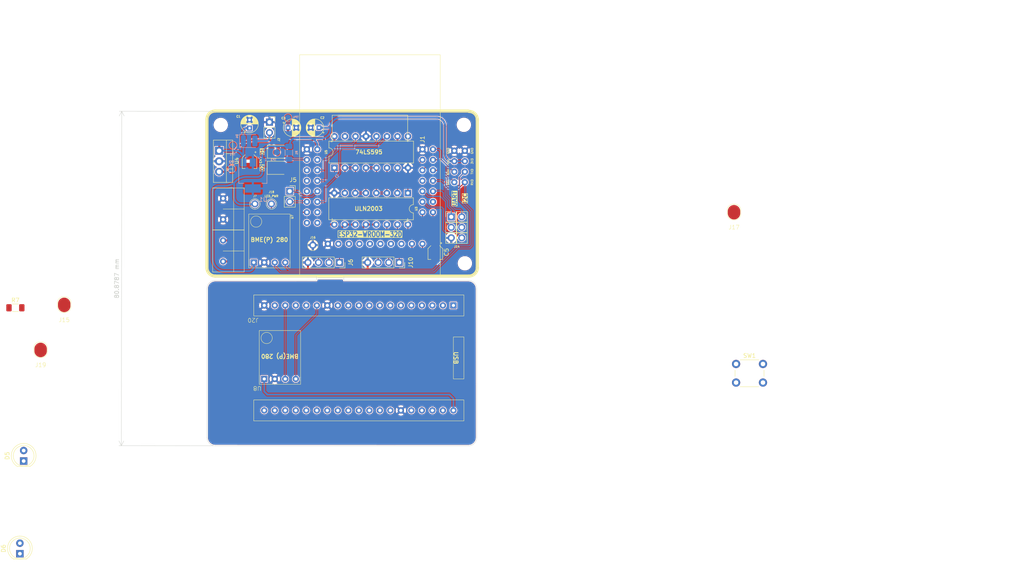
<source format=kicad_pcb>
(kicad_pcb (version 20240108) (generator "pcbnew") (generator_version "8.0")
  (layers (0 "F.Cu" signal) (31 "B.Cu" signal) (34 "B.Paste" user) (35 "F.Paste" user) (36 "B.SilkS" user "B.Silkscreen") (37 "F.SilkS" user "F.Silkscreen") (38 "B.Mask" user) (39 "F.Mask" user) (44 "Edge.Cuts" user))
  (net 0 "")
  (net 1 "GND")
  (net 2 "+3V3")
  (net 3 "+5V")
  (net 4 "/RXD")
  (net 5 "/TXD")
  (net 6 "/SDA")
  (net 7 "/OUT2")
  (net 8 "/SCL")
  (net 9 "/OUT1")
  (net 10 "/EN")
  (net 11 "/SOURCE2")
  (net 12 "/SOURCE1")
  (net 13 "/SOURCE3")
  (net 14 "/VDC")
  (net 15 "/DAC1")
  (net 16 "/DAC2")
  (net 17 "/GPIO13")
  (net 18 "/GPIO19")
  (net 19 "/GPIO17")
  (net 20 "/GPIO5")
  (net 21 "/GPIO18")
  (net 22 "/GPIO36")
  (net 23 "/ADC2_CH3")
  (net 24 "/SD_DATA1")
  (net 25 "/SD_DATA2")
  (net 26 "/SD_CLK")
  (net 27 "/SD_CMD")
  (net 28 "/SD_DATA3")
  (net 29 "/ADC2_CH0")
  (net 30 "/GPIO23")
  (net 31 "/SD_DATA0")
  (net 32 "/ADC2_CH2")
  (net 33 "/BOOT")
  (net 34 "/GPIO39")
  (net 35 "/SOURCE4")
  (net 36 "/SOURCE5")
  (net 37 "/SIPO_DATA")
  (net 38 "/SIPO_CLK")
  (net 40 "/SIPO_LATCH")
  (net 41 "/GPIO14")
  (net 43 "/I3")
  (net 44 "/I6")
  (net 45 "/I7")
  (net 46 "/I5")
  (net 47 "/OUT3")
  (net 48 "/VIN")
  (net 49 "/I1")
  (net 52 "Net-(D5-Pad1)")
  (net 53 "Net-(J15-Pin_1)")
  (net 54 "Net-(J19-Pin_1)")
  (net 55 "/GPIO_33")
  (net 88 "/SCL-2")
  (net 89 "/SDA-2")
  (footprint "Capacitor_THT:CP_Radial_D4.0mm_P2.00mm" (layer "F.Cu") (at 107 44.2 180)
    (property "Reference" "C2")
    (property "Value" "1uF")
  )
  (footprint "LED_SMD:LED_1210_3225Metric_Pad1.42x2.65mm_HandSolder" (layer "F.Cu") (at 96.9525 53.9)
    (property "Reference" "D2")
    (property "Value" "STATUS")
  )
  (footprint "Capacitor_SMD:CP_Elec_3x5.3" (layer "F.Cu") (at 90.2 52.3 -90)
    (property "Reference" "C4")
    (property "Value" "0.1uF")
  )
  (footprint "Resistor_SMD:R_1206_3216Metric_Pad1.30x1.75mm_HandSolder" (layer "F.Cu") (at 33.612 87.7585)
    (property "Reference" "R7")
    (property "Value" "4K7")
  )
  (footprint "LED_THT:LED_D5.0mm" (layer "F.Cu") (at 34.7 147.25 90)
    (property "Reference" "D6")
    (property "Value" "LED_STATUS")
  )
  (footprint "Button_Switch_THT:SW_PUSH_6mm" (layer "F.Cu") (at 207.8 101.35)
    (property "Reference" "SW1")
    (property "Value" "SW_Push")
  )
  (footprint "Alexander Footprint Library:Pad_1x01_P2.54_SMD" (layer "F.Cu") (at 39.712 102.098)
    (property "Reference" "J19")
    (property "Value" "LED_PWR")
  )
  (footprint "Alexander Footprints Library:ESP32-WROOM-Adapter-Socket-2" (layer "F.Cu") (at 119.3 57.04)
    (property "Reference" "J1")
    (property "Value" "~")
  )
  (footprint "Alexander Footprint Library:Pad_1x01_P2.54_SMD" (layer "F.Cu") (at 45.412 91.198)
    (property "Reference" "J15")
    (property "Value" "LED_PWR")
  )
  (footprint "MountingHole:MountingHole_3mm" (layer "F.Cu") (at 142 43.5)
    (property "Reference" "H1" (hide yes))
    (property "Value" "MountingHole_Pad")
  )
  (footprint "MountingHole:MountingHole_3mm" (layer "F.Cu") (at 83.25 43.53)
    (property "Reference" "H2" (hide yes))
    (property "Value" "MountingHole_Pad")
  )
  (footprint "Package_DIP:DIP-16_W7.62mm" (layer "F.Cu") (at 128.475 60 -90)
    (property "Reference" "U3")
    (property "Value" "ULN2003")
  )
  (footprint "Alexander Footprint Library:Conn_ESP32_WROOM-DevKit-38pins" (layer "F.Cu") (at 91.22 87.19 -90)
    (property "Reference" "J20")
    (property "Value" "~")
  )
  (footprint "Alexander Footprints Library:Conn_Terminal_5mm" (layer "F.Cu") (at 83.82 53.69)
    (property "Reference" "J9" (hide yes))
    (property "Value" "Conn_01x02_Socket")
  )
  (footprint "Alexander Footprint Library:Pad_1x01_P2.54_SMD" (layer "F.Cu") (at 207.3 68.7895)
    (property "Reference" "J17")
    (property "Value" "GND")
  )
  (footprint "Package_DIP:DIP-16_W7.62mm" (layer "F.Cu") (at 110.725 53.9 90)
    (property "Reference" "U5")
    (property "Value" "74LS595")
  )
  (footprint "Alexander Footprint Library:PinSocket_1x01_P2.54" (layer "F.Cu") (at 91.5 65.19)
    (property "Reference" "J7")
    (property "Value" "LED_PWR")
  )
  (footprint "Connector_PinSocket_2.54mm:PinSocket_1x02_P2.54mm_Vertical" (layer "F.Cu") (at 95.025 42.85)
    (property "Reference" "J2")
    (property "Value" "PWR")
  )
  (footprint "Connector_PinSocket_2.54mm:PinSocket_1x04_P2.54mm_Vertical" (layer "F.Cu") (at 111.94 76.8 -90)
    (property "Reference" "J6")
    (property "Value" "SOURCE")
  )
  (footprint "Connector_PinSocket_2.54mm:PinSocket_1x04_P2.54mm_Vertical" (layer "F.Cu") (at 126.38 76.8 -90)
    (property "Reference" "J10")
    (property "Value" "ADC")
  )
  (footprint "Capacitor_SMD:CP_Elec_3x5.3" (layer "F.Cu") (at 135.1 74.3 -90)
    (property "Reference" "C5")
    (property "Value" "0.1uF")
  )
  (footprint "Capacitor_THT:CP_Radial_D4.0mm_P2.00mm" (layer "F.Cu") (at 99.5 44.2)
    (property "Reference" "C3")
    (property "Value" "1uF")
  )
  (footprint "Alexander Footprint Library:PinSocket_1x01_P2.54" (layer "F.Cu") (at 95.5 65.19)
    (property "Reference" "J18")
    (property "Value" "LED_PWR")
  )
  (footprint "Connector_PinSocket_2.54mm:PinSocket_1x02_P2.54mm_Vertical" (layer "F.Cu") (at 99.925 59.55)
    (property "Reference" "J5")
    (property "Value" "DAC")
  )
  (footprint "Alexander Footprint Library:CONN_2x3" (layer "F.Cu") (at 138.96 60.68)
    (property "Reference" "J14")
    (property "Value" "GPIO")
  )
  (footprint "Alexander Footprints Library:Conn_UART" (layer "F.Cu") (at 139.7 42.15)
    (property "Reference" "J3" (hide yes))
    (property "Value" "UART")
  )
  (footprint "Alexander Footprint Library:PinSocket_1x01_P2.54" (layer "F.Cu") (at 105.5 75.19)
    (property "Reference" "J16")
    (property "Value" "GND")
  )
  (footprint "Capacitor_THT:CP_Radial_D4.0mm_P2.00mm" (layer "F.Cu") (at 90.2 44.3 90)
    (property "Reference" "C1")
    (property "Value" "1uF")
  )
  (footprint "Alexander Footprint Library:BME280_BMP280_I2C" (layer "F.Cu") (at 90 78.1 90)
    (property "Reference" "U7")
    (property "Value" "BME(P)280")
  )
  (footprint "Alexander Footprints Library:LD1117" (layer "F.Cu") (at 82.855 49.77 -90)
    (property "Reference" "U4")
    (property "Value" "L7805")
  )
  (footprint "Alexander Footprints Library:Conn_I2C" (layer "F.Cu") (at 142.24 42.15)
    (property "Reference" "J4" (hide yes))
    (property "Value" "I2C")
  )
  (footprint "LED_THT:LED_D5.0mm" (layer "F.Cu") (at 35.612 124.8335 90)
    (property "Reference" "D5")
    (property "Value" "LED_PWR")
  )
  (footprint "Alexander Footprint Library:BME280_BMP280_I2C" (layer "F.Cu") (at 92.54 106.27 90)
    (property "Reference" "U8")
    (property "Value" "BME(P)280")
  )
  (footprint "LED_SMD:LED_1210_3225Metric_Pad1.42x2.65mm_HandSolder" (layer "F.Cu") (at 97 50)
    (property "Reference" "D1")
    (property "Value" "PWR")
  )
  (footprint "MountingHole:MountingHole_3mm" (layer "F.Cu") (at 142.25 77)
    (property "Reference" "H4" (hide yes))
    (property "Value" "MountingHole_Pad")
  )
  (footprint "Alexander Footprints Library:Conn_Terminal_5mm" (layer "F.Cu") (at 83.82 63.85)
    (property "Reference" "J8" (hide yes))
    (property "Value" "Conn_01x02_Socket")
  )
  (footprint "TestPoint:TestPoint_Pad_D1.5mm" (layer "B.Cu") (at 99.5 41.75 180)
    (property "Reference" "TP4")
    (property "Value" "5V")
  )
  (footprint "TestPoint:TestPoint_Pad_D1.5mm" (layer "B.Cu") (at 96.8 50.15 180)
    (property "Reference" "TP3")
    (property "Value" "3V3")
  )
  (footprint "Resistor_SMD:R_1206_3216Metric_Pad1.30x1.75mm_HandSolder" (layer "B.Cu") (at 99.7 50.25 -90)
    (property "Reference" "R1")
    (property "Value" "10K")
  )
  (footprint "Diode_SMD:D_1210_3225Metric" (layer "B.Cu") (at 90.1 47.4)
    (property "Reference" "D4")
    (property "Value" "D")
  )
  (footprint "TestPoint:TestPoint_Pad_D1.5mm" (layer "B.Cu") (at 86.2 48.45 180)
    (property "Reference" "TP1")
    (property "Value" "VIN")
  )
  (footprint "TestPoint:TestPoint_Pad_D1.5mm" (layer "B.Cu") (at 85.9 54.15 180)
    (property "Reference" "TP2")
    (property "Value" "GND")
  )
  (footprint "Package_TO_SOT_SMD:SOT-223-3_TabPin2" (layer "B.Cu") (at 91 55.75 -90)
    (property "Reference" "U1")
    (property "Value" "MAX1726EUK33")
  )
  (gr_line (start 145.25 42.11421) (end 145.25 78.085782) (stroke (width 0.75)) (layer "F.SilkS"))
  (gr_line (start 81.914218 40.164218) (end 143.08579 40.164218) (stroke (width 0.75)) (layer "F.SilkS"))
  (gr_arc (start 145.25 78.085782) (mid 144.66422 79.500007) (end 143.25 80.085782) (stroke (width 0.75)) (layer "F.SilkS"))
  (gr_line (start 79.914218 42.11421) (end 79.914218 78.085782) (stroke (width 0.75)) (layer "F.SilkS"))
  (gr_arc (start 81.914218 80.085782) (mid 80.499999 79.500001) (end 79.914218 78.085782) (stroke (width 0.75)) (layer "F.SilkS"))
  (gr_arc (start 143.25 40.25) (mid 144.664214 40.835786) (end 145.25 42.25) (stroke (width 0.75)) (layer "F.SilkS"))
  (gr_arc (start 79.914218 42.164218) (mid 80.499999 40.749999) (end 81.914218 40.164218) (stroke (width 0.75)) (layer "F.SilkS"))
  (gr_line (start 81.914214 80.085782) (end 143.085786 80.085782) (stroke (width 0.75)) (layer "F.SilkS"))
  (gr_line (start 82.014214 80.235786) (end 106.4 80.25) (stroke (width 0.1)) (layer "Edge.Cuts"))
  (gr_line (start 80 42.25) (end 80.014214 78.235786) (stroke (width 0.1)) (layer "Edge.Cuts"))
  (gr_arc (start 79.921321 83.157107) (mid 80.507106 81.742896) (end 81.921321 81.157107) (stroke (width 0.1)) (layer "Edge.Cuts"))
  (gr_line (start 81.921321 121.128679) (end 143.107107 121.142893) (stroke (width 0.1)) (layer "Edge.Cuts"))
  (gr_arc (start 81.921321 121.128679) (mid 80.507101 120.542899) (end 79.921321 119.128679) (stroke (width 0.1)) (layer "Edge.Cuts"))
  (gr_line (start 143.092893 81.157107) (end 113 81.15) (stroke (width 0.1)) (layer "Edge.Cuts"))
  (gr_arc (start 145.107107 119.142893) (mid 144.521321 120.557107) (end 143.107107 121.142893) (stroke (width 0.1)) (layer "Edge.Cuts"))
  (gr_line (start 106.4 81.15) (end 81.921321 81.157107) (stroke (width 0.1)) (layer "Edge.Cuts"))
  (gr_arc (start 143.185786 40.264214) (mid 144.600004 40.849996) (end 145.185786 42.264214) (stroke (width 0.1)) (layer "Edge.Cuts"))
  (gr_line (start 113 80.25) (end 143.185786 80.235786) (stroke (width 0.1)) (layer "Edge.Cuts"))
  (gr_arc (start 82.014214 80.235786) (mid 80.599996 79.650004) (end 80.014214 78.235786) (stroke (width 0.1)) (layer "Edge.Cuts"))
  (gr_line (start 145.185786 42.264214) (end 145.185786 78.235786) (stroke (width 0.1)) (layer "Edge.Cuts"))
  (gr_arc (start 80 42.25) (mid 80.585786 40.835786) (end 82 40.25) (stroke (width 0.1)) (layer "Edge.Cuts"))
  (gr_line (start 145.107107 119.142893) (end 145.092893 83.157107) (stroke (width 0.1)) (layer "Edge.Cuts"))
  (gr_line (start 79.921321 119.128679) (end 79.921321 83.157107) (stroke (width 0.1)) (layer "Edge.Cuts"))
  (gr_line (start 106.4 81.15) (end 106.4 80.25) (stroke (width 0.1)) (layer "Edge.Cuts"))
  (gr_arc (start 145.185786 78.235786) (mid 144.600004 79.650004) (end 143.185786 80.235786) (stroke (width 0.1)) (layer "Edge.Cuts"))
  (gr_arc (start 143.092893 81.157107) (mid 144.507112 81.742888) (end 145.092893 83.157107) (stroke (width 0.1)) (layer "Edge.Cuts"))
  (gr_line (start 113 81.15) (end 113 80.25) (stroke (width 0.1)) (layer "Edge.Cuts"))
  (gr_line (start 143.185786 40.264214) (end 82 40.25) (stroke (width 0.1)) (layer "Edge.Cuts"))
  (gr_text "74LS595" (at 119.057143 50.1 0) (layer "F.SilkS") (effects (font (size 1 1) (thickness 0.2) (bold yes))))
  (gr_text "ULN2003" (at 115.5 64.374 0) (layer "F.SilkS") (effects (font (size 1 1) (thickness 0.2) (bold yes)) (justify left bottom)))
  (dimension (type aligned) (layer "Edge.Cuts") (pts (xy 81.921321 121.128679) (xy 82 40.25)) (height -22.6907) (gr_text "80.8787 mm" (at 58.119973 80.666146 89.94426182) (layer "Edge.Cuts") (effects (font (size 1 1) (thickness 0.15)))) (format (prefix "") (suffix "") (units 3) (units_format 1) (precision 4)) (style (thickness 0.1) (arrow_length 1.27) (text_position_mode 0) (extension_height 0.58642) (extension_offset 0.5) keep_text_aligned))
  (segment (start 84.21 66) (end 83.82 66.39) (width 0.5) (layer "F.Cu") (net 1))
  (segment (start 101.5 48.103553) (end 101.5 49.573223) (width 0.25) (layer "F.Cu") (net 2))
  (segment (start 105.575735 47.25) (end 102.353553 47.25) (width 0.25) (layer "F.Cu") (net 2))
  (segment (start 106.6 48.274264) (end 106.6 49.42) (width 0.25) (layer "F.Cu") (net 2))
  (segment (start 138.021593 51.871593) (end 137.93 51.78) (width 0.5) (layer "F.Cu") (net 2))
  (segment (start 108.946446 44.2) (end 107 44.2) (width 0.5) (layer "F.Cu") (net 2))
  (segment (start 109.8 43.346446) (end 109.8 43.15) (width 0.5) (layer "F.Cu") (net 2))
  (segment (start 137.4 50.500466) (end 137.4 43.627817) (width 0.5) (layer "F.Cu") (net 2))
  (segment (start 101.073223 50) (end 98.4875 50) (width 0.25) (layer "F.Cu") (net 2))
  (segment (start 139.08 52.31) (end 139.7 52.31) (width 0.5) (layer "F.Cu") (net 2))
  (segment (start 110.188908 42.211091) (end 110.225 42.175) (width 0.5) (layer "F.Cu") (net 2))
  (segment (start 135.522182 41.75) (end 111.25104 41.75) (width 0.5) (layer "F.Cu") (net 2))
  (arc (start 106.3 47.55) (mid 105.967704 47.327967) (end 105.575735 47.25) (width 0.25) (layer "F.Cu") (net 2))
  (arc (start 101.5 49.573223) (mid 101.467513 49.736543) (end 101.375 49.875) (width 0.25) (layer "F.Cu") (net 2))
  (arc (start 111.25104 41.75) (mid 110.695751 41.860453) (end 110.225 42.175) (width 0.5) (layer "F.Cu") (net 2))
  (arc (start 110.188908 42.211091) (mid 109.901073 42.641866) (end 109.8 43.15) (width 0.5) (layer "F.Cu") (net 2))
  (arc (start 138.021593 51.871593) (mid 138.507194 52.196061) (end 139.08 52.31) (width 0.5) (layer "F.Cu") (net 2))
  (arc (start 102.353553 47.25) (mid 102.026912 47.314972) (end 101.75 47.5) (width 0.25) (layer "F.Cu") (net 2))
  (arc (start 109.8 43.346446) (mid 109.735027 43.673087) (end 109.55 43.95) (width 0.5) (layer "F.Cu") (net 2))
  (arc (start 106.3 47.55) (mid 106.522032 47.882295) (end 106.6 48.274264) (width 0.25) (layer "F.Cu") (net 2))
  (arc (start 109.55 43.95) (mid 109.273087 44.135027) (end 108.946446 44.2) (width 0.5) (layer "F.Cu") (net 2))
  (arc (start 136.85 42.3) (mid 137.257059 42.909207) (end 137.4 43.627817) (width 0.5) (layer "F.Cu") (net 2))
  (arc (start 101.75 47.5) (mid 101.564972 47.776912) (end 101.5 48.103553) (width 0.25) (layer "F.Cu") (net 2))
  (arc (start 101.375 49.875) (mid 101.236543 49.967513) (end 101.073223 50) (width 0.25) (layer "F.Cu") (net 2))
  (arc (start 137.4 50.500466) (mid 137.537742 51.192944) (end 137.93 51.78) (width 0.5) (layer "F.Cu") (net 2))
  (arc (start 136.85 42.3) (mid 136.240792 41.89294) (end 135.522182 41.75) (width 0.5) (layer "F.Cu") (net 2))
  (segment (start 96.075 48.7) (end 97.525 48.7) (width 0.5) (layer "B.Cu") (net 2))
  (segment (start 109.408578 44.2) (end 107 44.2) (width 0.5) (layer "B.Cu") (net 2))
  (segment (start 81.3 75.997918) (end 81.3 59.75104) (width 0.5) (layer "B.Cu") (net 2))
  (segment (start 93.3 54.905025) (end 93.3 52.6) (width 0.5) (layer "B.Cu") (net 2))
  (segment (start 100 48.7) (end 100 48.03033) (width 0.5) (layer "B.Cu") (net 2))
  (segment (start 139.13 52.31) (end 139.7 52.31) (width 0.5) (layer "B.Cu") (net 2))
  (segment (start 138.156949 51.906949) (end 138.03 51.78) (width 0.5) (layer "B.Cu") (net 2))
  (segment (start 106.6 48.627817) (end 106.6 49.299791) (width 0.5) (layer "B.Cu") (net 2))
  (segment (start 84.202081 78.9) (end 89.990883 78.9) (width 0.5) (layer "B.Cu") (net 2))
  (segment (start 109.75 43.858578) (end 109.75 44.141421) (width 0.5) (layer "B.Cu") (net 2))
  (segment (start 104.722182 46.75) (end 106.277817 46.75) (width 0.5) (layer "B.Cu") (net 2))
  (segment (start 139.7 52.31) (end 142.24 52.31) (width 0.5) (layer "B.Cu") (net 2))
  (segment (start 137.5 50.500466) (end 137.5 43.883883) (width 0.5) (layer "B.Cu") (net 2))
  (segment (start 88.207106 62.75) (end 91.5 62.75) (width 0.5) (layer "B.Cu") (net 2))
  (segment (start 86.5 61.042893) (end 86.5 57.5) (width 0.5) (layer "B.Cu") (net 2))
  (segment (start 91.22 77.670883) (end 91.22 76.8) (width 0.5) (layer "B.Cu") (net 2))
  (segment (start 89.455634 56.1) (end 92.105025 56.1) (width 0.5) (layer "B.Cu") (net 2))
  (segment (start 96.075 48.7) (end 95.177817 48.7) (width 0.5) (layer "B.Cu") (net 2))
  (segment (start 104.722182 46.75) (end 101.28033 46.75) (width 0.5) (layer "B.Cu") (net 2))
  (segment (start 109.149999 46.149999) (end 109.201992 46.098007) (width 0.5) (layer "B.Cu") (net 2))
  (segment (start 96.8 49.425) (end 96.8 50.15) (width 0.25) (layer "B.Cu") (net 2))
  (segment (start 109.75 43.625) (end 109.75 43.858578) (width 0.5) (layer "B.Cu") (net 2))
  (segment (start 106.277817 46.75) (end 107.701471 46.75) (width 0.5) (layer "B.Cu") (net 2))
  (segment (start 110.015165 42.984834) (end 110.5 42.5) (width 0.5) (layer "B.Cu") (net 2))
  (segment (start 93.3 52.6) (end 93.3 50.577817) (width 0.5) (layer "B.Cu") (net 2))
  (segment (start 82.75104 58.3) (end 84.144365 58.3) (width 0.5) (layer "B.Cu") (net 2))
  (segment (start 106.685 49.335) (end 106.77 49.25) (width 0.5) (layer "B.Cu") (net 2))
  (segment (start 109.75 44.775) (end 109.75 44.141421) (width 0.5) (layer "B.Cu") (net 2))
  (segment (start 112.31066 41.75) (end 135.366116 41.75) (width 0.5) (layer "B.Cu") (net 2))
  (segment (start 100 48.7) (end 97.525 48.7) (width 0.5) (layer "B.Cu") (net 2))
  (arc (start 136.875 42.375) (mid 137.337567 43.067281) (end 137.5 43.883883) (width 0.5) (layer "B.Cu") (net 2))
  (arc (start 137.5 50.500466) (mid 137.637742 51.192944) (end 138.03 51.78) (width 0.5) (layer "B.Cu") (net 2))
  (arc (start 93.3 54.905025) (mid 93.209037 55.362322) (end 92.95 55.75) (width 0.5) (layer "B.Cu") (net 2))
  (arc (start 86.8 57.2) (mid 85.581584 58.014119) (end 84.144365 58.3) (width 0.5) (layer "B.Cu") (net 2))
  (arc (start 106.6 49.299791) (mid 106.630737 49.345793) (end 106.685 49.335) (width 0.5) (layer "B.Cu") (net 2))
  (arc (start 89.455634 56.1) (mid 88.018415 56.38588) (end 86.8 57.2) (width 0.5) (layer "B.Cu") (net 2))
  (arc (start 86.5 61.042893) (mid 86.629945 61.696174) (end 87 62.25) (width 0.5) (layer "B.Cu") (net 2))
  (arc (start 82.75104 58.3) (mid 82.195751 58.410453) (end 81.725 58.725) (width 0.5) (layer "B.Cu") (net 2))
  (arc (start 92.95 55.75) (mid 92.562322 56.009037) (end 92.105025 56.1) (width 0.5) (layer "B.Cu") (net 2))
  (arc (start 95.177817 48.7) (mid 94.459207 48.84294) (end 93.85 49.25) (width 0.5) (layer "B.Cu") (net 2))
  (arc (start 96.8 49.425) (mid 96.587652 48.912347) (end 96.075 48.7) (width 0.25) (layer "B.Cu") (net 2))
  (arc (start 82.15 78.05) (mid 83.091502 78.679092) (end 84.202081 78.9) (width 0.5) (layer "B.Cu") (net 2))
  (arc (start 110.015165 42.984834) (mid 109.818914 43.278544) (end 109.75 43.625) (width 0.5) (layer "B.Cu") (net 2))
  (arc (start 109.75 44.141421) (mid 109.713838 44.087301) (end 109.65 44.1) (width 0.5) (layer "B.Cu") (net 2))
  (arc (start 136.875 42.375) (mid 136.182718 41.912432) (end 135.366116 41.75) (width 0.5) (layer "B.Cu") (net 2))
  (arc (start 93.85 49.25) (mid 93.44294 49.859207) (end 93.3 50.577817) (width 0.5) (layer "B.Cu") (net 2))
  (arc (start 90.86 78.54) (mid 90.461245 78.806439) (end 89.990883 78.9) (width 0.5) (layer "B.Cu") (net 2))
  (arc (start 109.65 44.1) (mid 109.539234 44.17401) (end 109.408578 44.2) (width 0.5) (layer "B.Cu") (net 2))
  (arc (start 87 62.25) (mid 87.553825 62.620054) (end 88.207106 62.75) (width 0.5) (layer "B.Cu") (net 2))
  (arc (start 81.725 58.725) (mid 81.410453 59.195751) (end 81.3 59.75104) (width 0.5) (layer "B.Cu") (net 2))
  (arc (start 106.05 47.3) (mid 105.440792 46.89294) (end 104.722182 46.75) (width 0.5) (layer "B.Cu") (net 2))
  (arc (start 138.156949 51.906949) (mid 138.603388 52.20525) (end 139.13 52.31) (width 0.5) (layer "B.Cu") (net 2))
  (arc (start 101.28033 46.75) (mid 100.790368 46.847459) (end 100.375 47.125) (width 0.5) (layer "B.Cu") (net 2))
  (arc (start 106.05 47.3) (mid 106.457059 47.909207) (end 106.6 48.627817) (width 0.5) (layer "B.Cu") (net 2))
  (arc (start 106.277817 46.75) (mid 105.980159 46.948888) (end 106.05 47.3) (width 0.5) (layer "B.Cu") (net 2))
  (arc (start 91.22 77.670883) (mid 91.126439 78.141245) (end 90.86 78.54) (width 0.5) (layer "B.Cu") (net 2))
  (arc (start 109.75 44.775) (mid 109.607577 45.491006) (end 109.201992 46.098007) (width 0.5) (layer "B.Cu") (net 2))
  (arc (start 109.65 44.1) (mid 109.72401 43.989234) (end 109.75 43.858578) (width 0.5) (layer "B.Cu") (net 2))
  (arc (start 112.31066 41.75) (mid 111.330737 41.944918) (end 110.5 42.5) (width 0.5) (layer "B.Cu") (net 2))
  (arc (start 100.375 47.125) (mid 100.097459 47.540368) (end 100 48.03033) (width 0.5) (layer "B.Cu") (net 2))
  (arc (start 109.149999 46.149999) (mid 108.485409 46.594064) (end 107.701471 46.75) (width 0.5) (layer "B.Cu") (net 2))
  (arc (start 81.3 75.997918) (mid 81.520907 77.108496) (end 82.15 78.05) (width 0.5) (layer "B.Cu") (net 2))
  (segment (start 99.5 45.693413) (end 99.5 44.2) (width 0.5) (layer "F.Cu") (net 3))
  (segment (start 110.512652 48.95) (end 109.487347 48.95) (width 0.5) (layer "F.Cu") (net 3))
  (segment (start 98.6375 46.9625) (end 99.2125 46.3875) (width 0.5) (layer "F.Cu") (net 3))
  (segment (start 110.725 47.712347) (end 110.725 46.28) (width 0.5) (layer "F.Cu") (net 3))
  (segment (start 125.341906 48.95) (end 110.512652 48.95) (width 0.5) (layer "F.Cu") (net 3))
  (segment (start 108.3 49.803553) (end 108.3 65.537329) (width 0.5) (layer "F.Cu") (net 3))
  (segment (start 84.648959 54.85) (end 82.855 54.85) (width 0.5) (layer "F.Cu") (net 3))
  (segment (start 108.3 49.803553) (end 108.3 49.096446) (width 0.5) (layer "F.Cu") (net 3))
  (segment (start 91.306675 47.25) (end 97.943413 47.25) (width 0.5) (layer "F.Cu") (net 3))
  (segment (start 86.1 52.15) (end 86.1 53.398959) (width 0.5) (layer "F.Cu") (net 3))
  (segment (start 107.608621 46.675) (end 99.331586 46.675) (width 0.5) (layer "F.Cu") (net 3))
  (segment (start 108.3 49.096446) (end 108.3 47.366378) (width 0.5) (layer "F.Cu") (net 3))
  (segment (start 109.104574 67.204574) (end 108.91 67.01) (width 0.5) (layer "F.Cu") (net 3))
  (segment (start 110.1075 67.62) (end 110.695 67.62) (width 0.5) (layer "F.Cu") (net 3))
  (segment (start 87.408147 48.991852) (end 87.625 48.775) (width 0.5) (layer "F.Cu") (net 3))
  (segment (start 125.965 48.326906) (end 125.965 46.28) (width 0.5) (layer "F.Cu") (net 3))
  (segment (start 109.487347 48.95) (end 109.153553 48.95) (width 0.5) (layer "F.Cu") (net 3))
  (arc (start 108.0975 46.8775) (mid 108.247371 47.101799) (end 108.3 47.366378) (width 0.5) (layer "F.Cu") (net 3))
  (arc (start 108.3 65.537329) (mid 108.458533 66.334332) (end 108.91 67.01) (width 0.5) (layer "F.Cu") (net 3))
  (arc (start 109.487347 48.95) (mid 109.960976 48.855789) (end 110.3625 48.5875) (width 0.5) (layer "F.Cu") (net 3))
  (arc (start 99.2125 46.3875) (mid 99.175992 46.571035) (end 99.331586 46.675) (width 0.5) (layer "F.Cu") (net 3))
  (arc (start 108.0975 46.8775) (mid 107.8732 46.727628) (end 107.608621 46.675) (width 0.5) (layer "F.Cu") (net 3))
  (arc (start 86.1 53.398959) (mid 85.989546 53.954248) (end 85.675 54.425) (width 0.5) (layer "F.Cu") (net 3))
  (arc (start 109.104574 67.204574) (mid 109.56472 67.512034) (end 110.1075 67.62) (width 0.5) (layer "F.Cu") (net 3))
  (arc (start 108.55 49.2) (mid 108.364972 49.476912) (end 108.3 49.803553) (width 0.5) (layer "F.Cu") (net 3))
  (arc (start 87.408147 48.991852) (mid 86.439976 50.440822) (end 86.1 52.15) (width 0.5) (layer "F.Cu") (net 3))
  (arc (start 85.675 54.425) (mid 85.204248 54.739546) (end 84.648959 54.85) (width 0.5) (layer "F.Cu") (net 3))
  (arc (start 110.3625 48.5875) (mid 110.316468 48.818914) (end 110.512652 48.95) (width 0.5) (layer "F.Cu") (net 3))
  (arc (start 98.6375 46.9625) (mid 98.31905 47.175281) (end 97.943413 47.25) (width 0.5) (layer "F.Cu") (net 3))
  (arc (start 110.725 47.712347) (mid 110.630789 48.185976) (end 110.3625 48.5875) (width 0.5) (layer "F.Cu") (net 3))
  (arc (start 108.3 49.096446) (mid 108.390403 49.231745) (end 108.55 49.2) (width 0.5) (layer "F.Cu") (net 3))
  (arc (start 91.306675 47.25) (mid 89.314166 47.646334) (end 87.625 48.775) (width 0.5) (layer "F.Cu") (net 3))
  (arc (start 109.153553 48.95) (mid 108.826912 49.014972) (end 108.55 49.2) (width 0.5) (layer "F.Cu") (net 3))
  (arc (start 99.331586 46.675) (mid 98.955949 46.749718) (end 98.6375 46.9625) (width 0.5) (layer "F.Cu") (net 3))
  (arc (start 125.7825 48.7675) (mid 125.580353 48.902569) (end 125.341906 48.95) (width 0.5) (layer "F.Cu") (net 3))
  (arc (start 99.5 45.693413) (mid 99.425281 46.06905) (end 99.2125 46.3875) (width 0.5) (layer "F.Cu") (net 3))
  (arc (start 125.965 48.326906) (mid 125.917569 48.565353) (end 125.7825 48.7675) (width 0.5) (layer "F.Cu") (net 3))
  (segment (start 139.48 109.73) (end 139.48 112.59) (width 0.5) (layer "B.Cu") (net 3))
  (segment (start 94.5 108.75) (end 138.5 108.75) (width 0.5) (layer "B.Cu") (net 3))
  (segment (start 93.76 104.97) (end 93.76 108.01) (width 0.5) (layer "B.Cu") (net 3))
  (segment (start 138.5 108.75) (end 139.48 109.73) (width 0.5) (layer "B.Cu") (net 3))
  (segment (start 93.76 108.01) (end 94.5 108.75) (width 0.5) (layer "B.Cu") (net 3))
  (segment (start 99.5 42.25) (end 99.5 44.2) (width 0.25) (layer "B.Cu") (net 3))
  (segment (start 139.7 57.35) (end 139.7 57.39) (width 0.25) (layer "F.Cu") (net 4))
  (segment (start 133.25 53.25) (end 135.6 53.25) (width 0.25) (layer "F.Cu") (net 4))
  (segment (start 135.6 53.25) (end 139.7 57.35) (width 0.25) (layer "F.Cu") (net 4))
  (segment (start 132 54.5) (end 133.25 53.25) (width 0.25) (layer "F.Cu") (net 4))
  (segment (start 140.3 57.45) (end 139.3 57.45) (width 0.25) (layer "F.Cu") (net 4))
  (segment (start 136.61 51.96) (end 134.54 51.96) (width 0.25) (layer "F.Cu") (net 5))
  (segment (start 134.74 51.79) (end 134.62 51.91) (width 0.25) (layer "F.Cu") (net 5))
  (segment (start 139.5 54.85) (end 136.61 51.96) (width 0.25) (layer "F.Cu") (net 5))
  (segment (start 139.7 54.85) (end 139.5 54.85) (width 0.25) (layer "F.Cu") (net 5))
  (segment (start 138.59 58.55) (end 140.4 58.55) (width 0.25) (layer "F.Cu") (net 6))
  (segment (start 136.213604 54.5) (end 138 56.286396) (width 0.25) (layer "F.Cu") (net 6))
  (segment (start 138 57.96) (end 138.59 58.55) (width 0.25) (layer "F.Cu") (net 6))
  (segment (start 140.9 56.19) (end 142.24 54.85) (width 0.25) (layer "F.Cu") (net 6))
  (segment (start 140.9 58.05) (end 140.9 56.19) (width 0.25) (layer "F.Cu") (net 6))
  (segment (start 134.54 54.5) (end 136.213604 54.5) (width 0.25) (layer "F.Cu") (net 6))
  (segment (start 138 56.286396) (end 138 57.96) (width 0.25) (layer "F.Cu") (net 6))
  (segment (start 142.24 54.85) (end 142.24 55.51) (width 0.25) (layer "F.Cu") (net 6))
  (segment (start 140.4 58.55) (end 140.9 58.05) (width 0.25) (layer "F.Cu") (net 6))
  (segment (start 99.75 78.65) (end 134.55 78.65) (width 0.25) (layer "B.Cu") (net 6))
  (segment (start 141 61.9) (end 141 56.09) (width 0.25) (layer "B.Cu") (net 6))
  (segment (start 134.55 78.65) (end 140.418198 72.781802) (width 0.25) (layer "B.Cu") (net 6))
  (segment (start 143.55 64.45) (end 141 61.9) (width 0.25) (layer "B.Cu") (net 6))
  (segment (start 98.84 76.8) (end 98.84 77.74) (width 0.25) (layer "B.Cu") (net 6))
  (segment (start 143.281802 72.781802) (end 143.55 72.513604) (width 0.25) (layer "B.Cu") (net 6))
  (segment (start 143.55 72.513604) (end 143.55 64.45) (width 0.25) (layer "B.Cu") (net 6))
  (segment (start 140.418198 72.781802) (end 143.281802 72.781802) (width 0.25) (layer "B.Cu") (net 6))
  (segment (start 141 56.09) (end 142.24 54.85) (width 0.25) (layer "B.Cu") (net 6))
  (segment (start 98.84 77.74) (end 99.75 78.65) (width 0.25) (layer "B.Cu") (net 6))
  (segment (start 137.55 58.146396) (end 138.403604 59) (width 0.25) (layer "F.Cu") (net 8))
  (segment (start 131.5 55.75) (end 136.75 55.75) (width 0.25) (layer "F.Cu") (net 8))
  (segment (start 140.63 59) (end 142.24 57.39) (width 0.25) (layer "F.Cu") (net 8))
  (segment (start 136.75 55.75) (end 137.55 56.55) (width 0.25) (layer "F.Cu") (net 8))
  (segment (start 137.55 56.55) (end 137.55 58.146396) (width 0.25) (layer "F.Cu") (net 8))
  (segment (start 130.745 54.995) (end 131.5 55.75) (width 0.25) (layer "F.Cu") (net 8))
  (segment (start 130.745 53.245) (end 130.745 54.995) (width 0.25) (layer "F.Cu") (net 8))
  (segment (start 132.08 51.91) (end 130.745 53.245) (width 0.25) (layer "F.Cu") (net 8))
  (segment (start 138.403604 59) (end 140.63 59) (width 0.25) (layer "F.Cu") (net 8))
  (segment (start 134.8 79.1) (end 140.6 73.3) (width 0.25) (layer "B.Cu") (net 8))
  (segment (start 96.3 76.8) (end 96.3 77.7) (width 0.25) (layer "B.Cu") (net 8))
  (segment (start 144 72.7) (end 144 64.263604) (width 0.25) (layer "B.Cu") (net 8))
  (segment (start 96.3 77.7) (end 97.7 79.1) (width 0.25) (layer "B.Cu") (net 8))
  (segment (start 142.24 62.503604) (end 142.24 57.39) (width 0.25) (layer "B.Cu") (net 8))
  (segment (start 144 64.263604) (end 142.24 62.503604) (width 0.25) (layer "B.Cu") (net 8))
  (segment (start 143.4 73.3) (end 144 72.7) (width 0.25) (layer "B.Cu") (net 8))
  (segment (start 140.6 73.3) (end 143.4 73.3) (width 0.25) (layer "B.Cu") (net 8))
  (segment (start 97.7 79.1) (end 134.8 79.1) (width 0.25) (layer "B.Cu") (net 8))
  (segment (start 93.21 51.96) (end 92.05 50.8) (width 0.25) (layer "F.Cu") (net 10))
  (segment (start 104.06 51.96) (end 93.21 51.96) (width 0.25) (layer "F.Cu") (net 10))
  (segment (start 92.05 50.8) (end 90.2 50.8) (width 0.25) (layer "F.Cu") (net 10))
  (segment (start 103.72 52.3) (end 104.06 51.96) (width 0.25) (layer "F.Cu") (net 10))
  (segment (start 100 51.8) (end 103.9 51.8) (width 0.25) (layer "B.Cu") (net 10))
  (segment (start 103.9 51.8) (end 104.06 51.96) (width 0.25) (layer "B.Cu") (net 10))
  (segment (start 113.235 67.62) (end 115.775 67.62) (width 0.5) (layer "F.Cu") (net 11))
  (segment (start 99 73.1) (end 102.7 69.4) (width 0.5) (layer "F.Cu") (net 11))
  (segment (start 86.37 71.47) (end 88 73.1) (width 0.5) (layer "F.Cu") (net 11))
  (segment (start 102.7 69.4) (end 111.455 69.4) (width 0.5) (layer "F.Cu") (net 11))
  (segment (start 88 73.1) (end 99 73.1) (width 0.5) (layer "F.Cu") (net 11))
  (segment (start 83.82 71.47) (end 86.37 71.47) (width 0.5) (layer "F.Cu") (net 11))
  (segment (start 111.455 69.4) (end 113.235 67.62) (width 0.5) (layer "F.Cu") (net 11))
  (segment (start 86.275 76.55) (end 88.075 74.75) (width 0.5) (layer "F.Cu") (net 12))
  (segment (start 104.4 70.1) (end 115.835 70.1) (width 0.5) (layer "F.Cu") (net 12))
  (segment (start 99.75 74.75) (end 104.4 70.1) (width 0.5) (layer "F.Cu") (net 12))
  (segment (start 118.315 67.62) (end 120.855 67.62) (width 0.5) (layer "F.Cu") (net 12))
  (segment (start 83.82 76.55) (end 86.275 76.55) (width 0.5) (layer "F.Cu") (net 12))
  (segment (start 115.835 70.1) (end 118.315 67.62) (width 0.5) (layer "F.Cu") (net 12))
  (segment (start 88.075 74.75) (end 99.75 74.75) (width 0.5) (layer "F.Cu") (net 12))
  (segment (start 128.475 67.62) (end 128.475 68.825) (width 0.25) (layer "F.Cu") (net 13))
  (segment (start 125.7 72.8) (end 124.55 73.95) (width 0.25) (layer "F.Cu") (net 13))
  (segment (start 111.94 75.26) (end 111.94 76.8) (width 0.25) (layer "F.Cu") (net 13))
  (segment (start 124.55 73.95) (end 118.622792 73.95) (width 0.25) (layer "F.Cu") (net 13))
  (segment (start 128.475 68.825) (end 125.7 71.6) (width 0.25) (layer "F.Cu") (net 13))
  (segment (start 125.7 71.6) (end 125.7 72.8) (width 0.25) (layer "F.Cu") (net 13))
  (segment (start 117.872792 74.7) (end 112.5 74.7) (width 0.25) (layer "F.Cu") (net 13))
  (segment (start 112.5 74.7) (end 111.94 75.26) (width 0.25) (layer "F.Cu") (net 13))
  (segment (start 118.622792 73.95) (end 117.872792 74.7) (width 0.25) (layer "F.Cu") (net 13))
  (segment (start 95.025 46.674479) (end 95.025 45.39) (width 0.5) (layer "B.Cu") (net 14))
  (segment (start 94.299479 47.4) (end 91.5 47.4) (width 0.5) (layer "B.Cu") (net 14))
  (arc (start 95.025 46.674479) (mid 94.969773 46.952124) (end 94.8125 47.1875) (width 0.5) (layer "B.Cu") (net 14))
  (arc (start 94.8125 47.1875) (mid 94.577124 47.344773) (end 94.299479 47.4) (width 0.5) (layer "B.Cu") (net 14))
  (segment (start 105.38 60.8) (end 103.1 60.8) (width 0.25) (layer "B.Cu") (net 15))
  (segment (start 106.6 59.58) (end 105.38 60.8) (width 0.25) (layer "B.Cu") (net 15))
  (segment (start 103.1 60.8) (end 101.85 59.55) (width 0.25) (layer "B.Cu") (net 15))
  (segment (start 101.85 59.55) (end 99.925 59.55) (width 0.25) (layer "B.Cu") (net 15))
  (segment (start 104.06 62.12) (end 99.955 62.12) (width 0.25) (layer "B.Cu") (net 16))
  (segment (start 104.03 62.09) (end 104.06 62.12) (width 0.25) (layer "B.Cu") (net 16))
  (segment (start 99.955 62.12) (end 99.925 62.09) (width 0.25) (layer "B.Cu") (net 16))
  (segment (start 138.5 63.1) (end 138.5 61.727208) (width 0.25) (layer "B.Cu") (net 18))
  (segment (start 137.5 60.727208) (end 137.5 57.8) (width 0.25) (layer "B.Cu") (net 18))
  (segment (start 138.5 61.727208) (end 137.5 60.727208) (width 0.25) (layer "B.Cu") (net 18))
  (segment (start 140.2 67) (end 140.2 64.8) (width 0.25) (layer "B.Cu") (net 18))
  (segment (start 141.5 68.3) (end 140.2 67) (width 0.25) (layer "B.Cu") (net 18))
  (segment (start 136.69 56.99) (end 134.62 56.99) (width 0.25) (layer "B.Cu") (net 18))
  (segment (start 140.2 64.8) (end 138.5 63.1) (width 0.25) (layer "B.Cu") (net 18))
  (segment (start 137.5 57.8) (end 136.69 56.99) (width 0.25) (layer "B.Cu") (net 18))
  (segment (start 141.5 70.84) (end 140.16 69.5) (width 0.25) (layer "B.Cu") (net 19))
  (segment (start 137.7 69.5) (end 137.1 68.9) (width 0.25) (layer "B.Cu") (net 19))
  (segment (start 140.16 69.5) (end 137.7 69.5) (width 0.25) (layer "B.Cu") (net 19))
  (segment (start 137.1 68.9) (end 137.1 63.84) (width 0.25) (layer "B.Cu") (net 19))
  (segment (start 133.41 63.4) (end 132.08 62.07) (width 0.25) (layer "B.Cu") (net 19))
  (segment (start 137.1 63.84) (end 136.66 63.4) (width 0.25) (layer "B.Cu") (net 19))
  (segment (start 136.66 63.4) (end 133.41 63.4) (width 0.25) (layer "B.Cu") (net 19))
  (segment (start 138.05 61.913604) (end 137.05 60.913604) (width 0.25) (layer "B.Cu") (net 20))
  (segment (start 137.05 60.913604) (end 137.05 59.95) (width 0.25) (layer "B.Cu") (net 20))
  (segment (start 136.63 59.53) (end 134.62 59.53) (width 0.25) (layer "B.Cu") (net 20))
  (segment (start 138.96 65.76) (end 138.96 64.196396) (width 0.25) (layer "B.Cu") (net 20))
  (segment (start 138.96 64.196396) (end 138.05 63.286396) (width 0.25) (layer "B.Cu") (net 20))
  (segment (start 138.05 63.286396) (end 138.05 61.913604) (width 0.25) (layer "B.Cu") (net 20))
  (segment (start 137.05 59.95) (end 136.63 59.53) (width 0.25) (layer "B.Cu") (net 20))
  (segment (start 138.96 68.3) (end 137.6 66.94) (width 0.25) (layer "B.Cu") (net 21))
  (segment (start 136.3 60.8) (end 133.35 60.8) (width 0.25) (layer "B.Cu") (net 21))
  (segment (start 137.6 66.94) (end 137.6 62.1) (width 0.25) (layer "B.Cu") (net 21))
  (segment (start 137.6 62.1) (end 136.3 60.8) (width 0.25) (layer "B.Cu") (net 21))
  (segment (start 133.35 60.8) (end 132.08 59.53) (width 0.25) (layer "B.Cu") (net 21))
  (segment (start 128.85 74.05) (end 129.46 73.44) (width 0.25) (layer "F.Cu") (net 23))
  (segment (start 125.722792 74.05) (end 128.85 74.05) (width 0.25) (layer "F.Cu") (net 23))
  (segment (start 129.46 73.44) (end 129.46 72.28) (width 0.25) (layer "F.Cu") (net 23))
  (segment (start 123.84 76.8) (end 123.84 75.56) (width 0.25) (layer "F.Cu") (net 23))
  (segment (start 123.84 75.56) (end 124.55 74.85) (width 0.25) (layer "F.Cu") (net 23))
  (segment (start 124.922792 74.85) (end 125.722792 74.05) (width 0.25) (layer "F.Cu") (net 23))
  (segment (start 124.55 74.85) (end 124.922792 74.85) (width 0.25) (layer "F.Cu") (net 23))
  (segment (start 121.3 75.2) (end 122.1 74.4) (width 0.25) (layer "F.Cu") (net 29))
  (segment (start 124.736396 74.4) (end 125.536396 73.6) (width 0.25) (layer "F.Cu") (net 29))
  (segment (start 125.536396 73.6) (end 127.5 73.6) (width 0.25) (layer "F.Cu") (net 29))
  (segment (start 132 67.2) (end 132 64.66) (width 0.25) (layer "F.Cu") (net 29))
  (segment (start 127.5 73.6) (end 128.2 72.9) (width 0.25) (layer "F.Cu") (net 29))
  (segment (start 128.2 71) (end 132 67.2) (width 0.25) (layer "F.Cu") (net 29))
  (segment (start 122.1 74.4) (end 124.736396 74.4) (width 0.25) (layer "F.Cu") (net 29))
  (segment (start 128.2 72.9) (end 128.2 71) (width 0.25) (layer "F.Cu") (net 29))
  (segment (start 121.3 76.8) (end 121.3 75.2) (width 0.25) (layer "F.Cu") (net 29))
  (segment (start 138.95 61.540812) (end 137.95 60.540812) (width 0.25) (layer "B.Cu") (net 30))
  (segment (start 136.4 51.7) (end 136.4 49.9) (width 0.25) (layer "B.Cu") (net 30))
  (segment (start 135.92 49.42) (end 134.54 49.42) (width 0.25) (layer "B.Cu") (net 30))
  (segment (start 138.95 62.913604) (end 138.95 61.540812) (width 0.25) (layer "B.Cu") (net 30))
  (segment (start 135.1 49.85) (end 134.62 49.37) (width 0.25) (layer "B.Cu") (net 30))
  (segment (start 137.95 60.540812) (end 137.95 53.25) (width 0.25) (layer "B.Cu") (net 30))
  (segment (start 141.1 63.9) (end 139.936396 63.9) (width 0.25) (layer "B.Cu") (net 30))
  (segment (start 141.5 64.3) (end 141.1 63.9) (width 0.25) (layer "B.Cu") (net 30))
  (segment (start 141.5 65.76) (end 141.5 64.3) (width 0.25) (layer "B.Cu") (net 30))
  (segment (start 137.95 53.25) (end 136.4 51.7) (width 0.25) (layer "B.Cu") (net 30))
  (segment (start 139.936396 63.9) (end 138.95 62.913604) (width 0.25) (layer "B.Cu") (net 30))
  (segment (start 136.4 49.9) (end 135.92 49.42) (width 0.25) (layer "B.Cu") (net 30))
  (segment (start 126.38 75.12) (end 127 74.5) (width 0.25) (layer "F.Cu") (net 32))
  (segment (start 132 73.9) (end 132 72.28) (width 0.25) (layer "F.Cu") (net 32))
  (segment (start 127 74.5) (end 131.4 74.5) (width 0.25) (layer "F.Cu") (net 32))
  (segment (start 131.4 74.5) (end 132 73.9) (width 0.25) (layer "F.Cu") (net 32))
  (segment (start 126.38 76.8) (end 126.38 75.12) (width 0.25) (layer "F.Cu") (net 32))
  (segment (start 134.77 64.89) (end 134.54 64.66) (width 0.25) (layer "F.Cu") (net 33))
  (segment (start 134.54 65.84) (end 135.1 66.4) (width 0.25) (layer "F.Cu") (net 33))
  (segment (start 135.1 66.4) (end 135.1 72.8) (width 0.25) (layer "F.Cu") (net 33))
  (segment (start 134.5 64.7) (end 134.54 64.66) (width 0.25) (layer "F.Cu") (net 33))
  (segment (start 134.54 64.66) (end 134.54 65.84) (width 0.25) (layer "F.Cu") (net 33))
  (segment (start 125.935 67.62) (end 125.935 68.865) (width 0.25) (layer "F.Cu") (net 35))
  (segment (start 117.686396 74.25) (end 110.25 74.25) (width 0.25) (layer "F.Cu") (net 35))
  (segment (start 118.436396 73.5) (end 117.686396 74.25) (width 0.25) (layer "F.Cu") (net 35))
  (segment (start 109.4 75.1) (end 109.4 76.8) (width 0.25) (layer "F.Cu") (net 35))
  (segment (start 125.935 68.865) (end 123.2 71.6) (width 0.25) (layer "F.Cu") (net 35))
  (segment (start 123.2 72.7) (end 122.4 73.5) (width 0.25) (layer "F.Cu") (net 35))
  (segment (start 123.2 71.6) (end 123.2 72.7) (width 0.25) (layer "F.Cu") (net 35))
  (segment (start 122.4 73.5) (end 118.436396 73.5) (width 0.25) (layer "F.Cu") (net 35))
  (segment (start 110.25 74.25) (end 109.4 75.1) (width 0.25) (layer "F.Cu") (net 35))
  (segment (start 123.395 69.405) (end 121.9 70.9) (width 0.25) (layer "F.Cu") (net 36))
  (segment (start 118.1 73.2) (end 117.5 73.8) (width 0.25) (layer "F.Cu") (net 36))
  (segment (start 106.86 74.84) (end 106.86 76.8) (width 0.25) (layer "F.Cu") (net 36))
  (segment (start 121.9 70.9) (end 118.7 70.9) (width 0.25) (layer "F.Cu") (net 36))
  (segment (start 118.1 71.5) (end 118.1 73.2) (width 0.25) (layer "F.Cu") (net 36))
  (segment (start 123.395 67.62) (end 123.395 69.405) (width 0.25) (layer "F.Cu") (net 36))
  (segment (start 107.9 73.8) (end 106.86 74.84) (width 0.25) (layer "F.Cu") (net 36))
  (segment (start 118.7 70.9) (end 118.1 71.5) (width 0.25) (layer "F.Cu") (net 36))
  (segment (start 117.5 73.8) (end 107.9 73.8) (width 0.25) (layer "F.Cu") (net 36))
  (segment (start 108.2 52.25) (end 112.25 48.2) (width 0.25) (layer "B.Cu") (net 37))
  (segment (start 108.2 54.25) (end 108.2 52.25) (width 0.25) (layer "B.Cu") (net 37))
  (segment (start 115.1 48.2) (end 115.805 47.495) (width 0.25) (layer "B.Cu") (net 37))
  (segment (start 106.6 54.5) (end 107.95 54.5) (width 0.25) (layer "B.Cu") (net 37))
  (segment (start 112.25 48.2) (end 115.1 48.2) (width 0.25) (layer "B.Cu") (net 37))
  (segment (start 115.805 47.495) (end 115.805 46.28) (width 0.25) (layer "B.Cu") (net 37))
  (segment (start 107.95 54.5) (end 108.2 54.25) (width 0.25) (layer "B.Cu") (net 37))
  (segment (start 108.23 62.12) (end 108.5 61.85) (width 0.25) (layer "B.Cu") (net 38))
  (segment (start 108.5 61.85) (end 108.5 58.75) (width 0.25) (layer "B.Cu") (net 38))
  (segment (start 112 55.25) (end 112 49.75) (width 0.25) (layer "B.Cu") (net 38))
  (segment (start 121.005 48.7) (end 123.425 46.28) (width 0.25) (layer "B.Cu") (net 38))
  (segment (start 108.5 58.75) (end 112 55.25) (width 0.25) (layer "B.Cu") (net 38))
  (segment (start 115.886396 48.7) (end 121.005 48.7) (width 0.25) (layer "B.Cu") (net 38))
  (segment (start 115.386396 49.2) (end 115.886396 48.7) (width 0.25) (layer "B.Cu") (net 38))
  (segment (start 106.6 62.12) (end 108.23 62.12) (width 0.25) (layer "B.Cu") (net 38))
  (segment (start 112 49.75) (end 112.55 49.2) (width 0.25) (layer "B.Cu") (net 38))
  (segment (start 112.55 49.2) (end 115.386396 49.2) (width 0.25) (layer "B.Cu") (net 38))
  (segment (start 115.7 48.25) (end 120.5 48.25) (width 0.25) (layer "B.Cu") (net 40))
  (segment (start 120.5 48.25) (end 120.885 47.865) (width 0.25) (layer "B.Cu") (net 40))
  (segment (start 108.7 52.413604) (end 112.363604 48.75) (width 0.25) (layer "B.Cu") (net 40))
  (segment (start 120.885 47.865) (end 120.885 46.28) (width 0.25) (layer "B.Cu") (net 40))
  (segment (start 112.363604 48.75) (end 115.2 48.75) (width 0.25) (layer "B.Cu") (net 40))
  (segment (start 108.7 56.45) (end 108.7 52.413604) (width 0.25) (layer "B.Cu") (net 40))
  (segment (start 115.2 48.75) (end 115.7 48.25) (width 0.25) (layer "B.Cu") (net 40))
  (segment (start 108.11 57.04) (end 108.7 56.45) (width 0.25) (layer "B.Cu") (net 40))
  (segment (start 106.6 57.04) (end 108.11 57.04) (width 0.25) (layer "B.Cu") (net 40))
  (segment (start 104.06 64.66) (end 103.2 64.66) (width 0.25) (layer "F.Cu") (net 41))
  (segment (start 102.4 54.35) (end 102.4 63.95) (width 0.25) (layer "F.Cu") (net 41))
  (segment (start 103.11 64.66) (end 102.4 63.95) (width 0.25) (layer "F.Cu") (net 41))
  (segment (start 98.44 53.9) (end 101.95 53.9) (width 0.25) (layer "F.Cu") (net 41))
  (segment (start 95.5 62.75) (end 95.5 64.15) (width 0.25) (layer "F.Cu") (net 41))
  (segment (start 101.95 53.9) (end 102.4 54.35) (width 0.25) (layer "F.Cu") (net 41))
  (segment (start 103.2 64.66) (end 103.11 64.66) (width 0.25) (layer "F.Cu") (net 41))
  (segment (start 96.01 64.66) (end 103.2 64.66) (width 0.25) (layer "F.Cu") (net 41))
  (segment (start 95.5 64.15) (end 96.01 64.66) (width 0.25) (layer "F.Cu") (net 41))
  (segment (start 123.425 55.725) (end 125.935 58.235) (width 0.25) (layer "F.Cu") (net 43))
  (segment (start 123.425 53.9) (end 123.425 55.725) (width 0.25) (layer "F.Cu") (net 43))
  (segment (start 125.935 58.235) (end 125.935 60) (width 0.25) (layer "F.Cu") (net 43))
  (segment (start 128.475 58.275) (end 128.475 60) (width 0.25) (layer "F.Cu") (net 44))
  (segment (start 125.965 53.9) (end 125.965 55.765) (width 0.25) (layer "F.Cu") (net 44))
  (segment (start 125.965 55.765) (end 128.475 58.275) (width 0.25) (layer "F.Cu") (net 44))
  (segment (start 113.265 55.665) (end 115.775 58.175) (width 0.25) (layer "F.Cu") (net 45))
  (segment (start 115.775 58.175) (end 115.775 60) (width 0.25) (layer "F.Cu") (net 45))
  (segment (start 115.805 55.405) (end 118.315 57.915) (width 0.25) (layer "F.Cu") (net 45))
  (segment (start 118.315 57.915) (end 118.315 60) (width 0.25) (layer "F.Cu") (net 45))
  (segment (start 113.265 53.9) (end 113.265 55.665) (width 0.25) (layer "F.Cu") (net 45))
  (segment (start 115.805 53.9) (end 115.805 55.405) (width 0.25) (layer "F.Cu") (net 45))
  (segment (start 115.775 60) (end 118.315 60) (width 0.25) (layer "B.Cu") (net 45))
  (segment (start 113.265 53.9) (end 115.805 53.9) (width 0.25) (layer "B.Cu") (net 45))
  (segment (start 123.395 58.095) (end 123.395 60) (width 0.25) (layer "F.Cu") (net 46))
  (segment (start 120.885 53.9) (end 120.885 55.585) (width 0.25) (layer "F.Cu") (net 46))
  (segment (start 118.345 53.9) (end 118.345 55.845) (width 0.25) (layer "F.Cu") (net 46))
  (segment (start 120.885 55.585) (end 123.395 58.095) (width 0.25) (layer "F.Cu") (net 46))
  (segment (start 120.855 58.355) (end 120.855 60) (width 0.25) (layer "F.Cu") (net 46))
  (segment (start 118.345 55.845) (end 120.855 58.355) (width 0.25) (layer "F.Cu") (net 46))
  (segment (start 120.855 60) (end 123.395 60) (width 0.25) (layer "B.Cu") (net 46))
  (segment (start 118.345 53.9) (end 120.885 53.9) (width 0.25) (layer "B.Cu") (net 46))
  (segment (start 84.809637 47.25) (end 85 47.25) (width 0.5) (layer "F.Cu") (net 48))
  (segment (start 89.575 44.3) (end 90.2 44.3) (width 0.5) (layer "F.Cu") (net 48))
  (segment (start 82.855 49.0825) (end 82.855 49.77) (width 0.5) (layer "F.Cu") (net 48))
  (segment (start 88.508058 44.741941) (end 86.707106 46.542893) (width 0.5) (layer "F.Cu") (net 48))
  (segment (start 83.341135 47.908864) (end 83.4275 47.8225) (width 0.5) (layer "F.Cu") (net 48))
  (arc (start 84.809637 47.25) (mid 84.061629 47.398787) (end 83.4275 47.8225) (width 0.5) (layer "F.Cu") (net 48))
  (arc (start 86.707106 46.542893) (mid 85.923879 47.066228) (end 85 47.25) (width 0.5) (layer "F.Cu") (net 48))
  (arc (start 89.575 44.3) (mid 88.997575 44.414856) (end 88.508058 44.741941) (width 0.5) (layer "F.Cu") (net 48))
  (arc (start 83.341135 47.908864) (mid 82.981342 48.447332) (end 82.855 49.0825) (width 0.5) (layer "F.Cu") (net 48))
  (segment (start 88.7 50.546446) (end 88.7 51.253553) (width 0.5) (layer "B.Cu") (net 48))
  (segment (start 88.7 45.153553) (end 88.7 47.4) (width 0.5) (layer "B.Cu") (net 48))
  (segment (start 86.2 49.11) (end 86.2 48.45) (width 0.25) (layer "B.Cu") (net 48))
  (segment (start 88.45 50.65) (end 88.2 50.4) (width 0.5) (layer "B.Cu") (net 48))
  (segment (start 88.7 50.546446) (end 88.7 47.4) (width 0.5) (layer "B.Cu") (net 48))
  (segment (start 88.45 50.65) (end 88.054368 50.254368) (width 0.5) (layer "B.Cu") (net 48))
  (segment (start 89.553553 44.3) (end 90.2 44.3) (width 0.5) (layer "B.Cu") (net 48))
  (segment (start 88.7 51.253553) (end 88.7 52.6) (width 0.5) (layer "B.Cu") (net 48))
  (segment (start 86.86 49.77) (end 85.54 49.77) (width 0.5) (layer "B.Cu") (net 48))
  (segment (start 86.885 49.77) (end 86.86 49.77) (width 0.5) (layer "B.Cu") (net 48))
  (segment (start 85.54 49.77) (end 82.855 49.77) (width 0.5) (layer "B.Cu") (net 48))
  (arc (start 89.553553 44.3) (mid 89.226912 44.364972) (end 88.95 44.55) (width 0.5) (layer "B.Cu") (net 48))
  (arc (start 86.2 49.11) (mid 86.393309 49.57669) (end 86.86 49.77) (width 0.25) (layer "B.Cu") (net 48))
  (arc (start 88.7 51.253553) (mid 88.635027 50.926912) (end 88.45 50.65) (width 0.5) (layer "B.Cu") (net 48))
  (arc (start 88.45 50.65) (mid 88.45 50.65) (end 88.45 50.65) (width 0.5) (layer "B.Cu") (net 48))
  (arc (start 88.45 50.65) (mid 88.609596 50.681745) (end 88.7 50.546446) (width 0.5) (layer "B.Cu") (net 48))
  (arc (start 88.054368 50.254368) (mid 87.517857 49.895883) (end 86.885 49.77) (width 0.5) (layer "B.Cu") (net 48))
  (arc (start 88.95 44.55) (mid 88.764972 44.826912) (end 88.7 45.153553) (width 0.5) (layer "B.Cu") (net 48))
  (segment (start 110.725 53.9) (end 110.725 55.325) (width 0.25) (layer "F.Cu") (net 49))
  (segment (start 110.725 55.325) (end 113.235 57.835) (width 0.25) (layer "F.Cu") (net 49))
  (segment (start 113.235 57.835) (end 113.235 60) (width 0.25) (layer "F.Cu") (net 49))
  (segment (start 103.97 59.53) (end 104.14 59.53) (width 0.25) (layer "F.Cu") (net 55))
  (segment (start 98.84 104.97) (end 98.84 87.19) (width 0.25) (layer "B.Cu") (net 88))
  (segment (start 106.46 89.29) (end 106.46 87.19) (width 0.25) (layer "B.Cu") (net 89))
  (segment (start 101.38 94.37) (end 106.46 89.29) (width 0.25) (layer "B.Cu") (net 89))
  (segment (start 101.38 104.97) (end 101.38 94.37) (width 0.25) (layer "B.Cu") (net 89))
  (zone (net 1) (net_name "GND") (layer "F.Cu") (priority 1) (connect_pads (clearance 0)) (min_thickness 0.25) (fill yes (thermal_gap 0.5) (thermal_bridge_width 0.5))
    (polygon (pts (xy 80 40.25) (xy 80.3 80.35) (xy 145.55 80.35) (xy 145.25 40.25)))
  )
  (zone (net 1) (net_name "GND") (layer "F.Cu") (priority 2) (connect_pads (clearance 0)) (min_thickness 0.25) (fill yes (thermal_gap 0.5) (thermal_bridge_width 0.5))
    (polygon (pts (xy 79.8 121.45) (xy 145.7 121.45) (xy 145.2 80.95) (xy 79.5 80.95)))
  )
  (zone (net 1) (net_name "GND") (layer "B.Cu") (connect_pads (clearance 0)) (min_thickness 0.25) (fill yes (thermal_gap 0.5) (thermal_bridge_width 0.5))
    (polygon (pts (xy 80 40.25) (xy 145.2 40.25) (xy 145.4 80.45) (xy 80.2 80.45)))
  )
  (zone (net 1) (net_name "GND") (layer "B.Cu") (priority 3) (connect_pads (clearance 0)) (min_thickness 0.25) (fill yes (thermal_gap 0.5) (thermal_bridge_width 0.5))
    (polygon (pts (xy 145.6 121.45) (xy 145.2 80.95) (xy 79.5 80.95) (xy 79.7 121.45)))
  )
)
</source>
